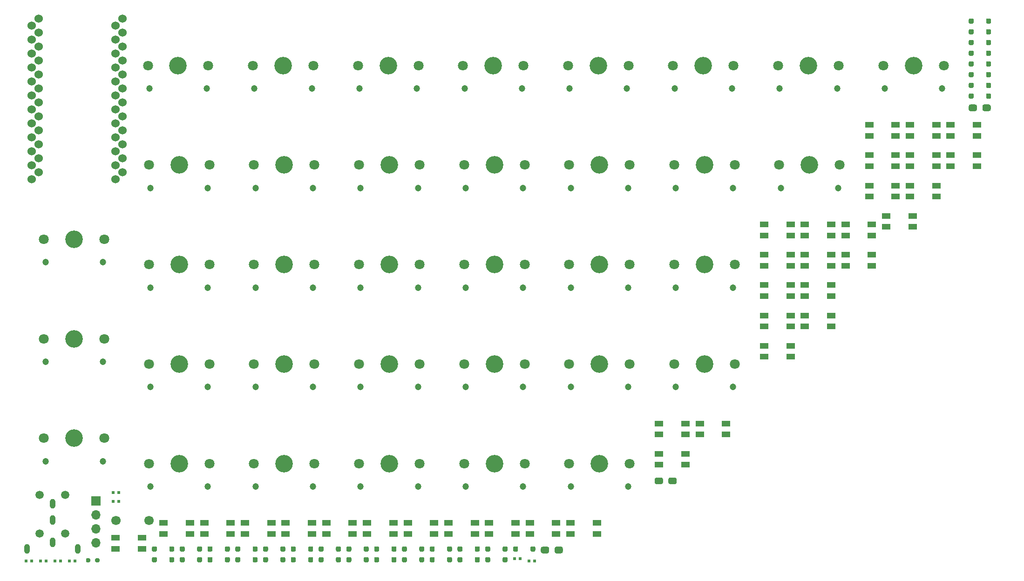
<source format=gbr>
%TF.GenerationSoftware,KiCad,Pcbnew,(5.1.10)-1*%
%TF.CreationDate,2021-08-10T22:37:01+09:00*%
%TF.ProjectId,Ultramarine_fuse,556c7472-616d-4617-9269-6e655f667573,rev?*%
%TF.SameCoordinates,Original*%
%TF.FileFunction,Soldermask,Top*%
%TF.FilePolarity,Negative*%
%FSLAX46Y46*%
G04 Gerber Fmt 4.6, Leading zero omitted, Abs format (unit mm)*
G04 Created by KiCad (PCBNEW (5.1.10)-1) date 2021-08-10 22:37:01*
%MOMM*%
%LPD*%
G01*
G04 APERTURE LIST*
%ADD10R,1.600000X1.000000*%
%ADD11C,1.524000*%
%ADD12C,1.700000*%
%ADD13C,1.200000*%
%ADD14C,1.800000*%
%ADD15C,3.200000*%
%ADD16R,0.609600X0.609600*%
%ADD17C,1.500000*%
%ADD18O,1.000000X1.800000*%
%ADD19O,1.700000X1.700000*%
%ADD20R,1.700000X1.700000*%
G04 APERTURE END LIST*
D10*
%TO.C,U36*%
X224515300Y-90326501D03*
X224515300Y-92326501D03*
X219715300Y-92326501D03*
X219715300Y-90326501D03*
X224515300Y-92326501D03*
X224515300Y-90326501D03*
X219715300Y-90326501D03*
X219715300Y-92326501D03*
%TD*%
%TO.C,U35*%
X231915300Y-84806501D03*
X231915300Y-86806501D03*
X227115300Y-86806501D03*
X227115300Y-84806501D03*
X231915300Y-86806501D03*
X231915300Y-84806501D03*
X227115300Y-84806501D03*
X227115300Y-86806501D03*
%TD*%
%TO.C,U34*%
X205415300Y-115486501D03*
X205415300Y-117486501D03*
X200615300Y-117486501D03*
X200615300Y-115486501D03*
X205415300Y-117486501D03*
X205415300Y-115486501D03*
X200615300Y-115486501D03*
X200615300Y-117486501D03*
%TD*%
%TO.C,U33*%
X224515300Y-84806501D03*
X224515300Y-86806501D03*
X219715300Y-86806501D03*
X219715300Y-84806501D03*
X224515300Y-86806501D03*
X224515300Y-84806501D03*
X219715300Y-84806501D03*
X219715300Y-86806501D03*
%TD*%
%TO.C,U32*%
X231915300Y-79286501D03*
X231915300Y-81286501D03*
X227115300Y-81286501D03*
X227115300Y-79286501D03*
X231915300Y-81286501D03*
X231915300Y-79286501D03*
X227115300Y-79286501D03*
X227115300Y-81286501D03*
%TD*%
%TO.C,U31*%
X243615300Y-66706501D03*
X243615300Y-68706501D03*
X238815300Y-68706501D03*
X238815300Y-66706501D03*
X243615300Y-68706501D03*
X243615300Y-66706501D03*
X238815300Y-66706501D03*
X238815300Y-68706501D03*
%TD*%
%TO.C,U30*%
X251015300Y-61186501D03*
X251015300Y-63186501D03*
X246215300Y-63186501D03*
X246215300Y-61186501D03*
X251015300Y-63186501D03*
X251015300Y-61186501D03*
X246215300Y-61186501D03*
X246215300Y-63186501D03*
%TD*%
%TO.C,U29*%
X224515300Y-101366501D03*
X224515300Y-103366501D03*
X219715300Y-103366501D03*
X219715300Y-101366501D03*
X224515300Y-103366501D03*
X224515300Y-101366501D03*
X219715300Y-101366501D03*
X219715300Y-103366501D03*
%TD*%
%TO.C,U28*%
X189315300Y-133586501D03*
X189315300Y-135586501D03*
X184515300Y-135586501D03*
X184515300Y-133586501D03*
X189315300Y-135586501D03*
X189315300Y-133586501D03*
X184515300Y-133586501D03*
X184515300Y-135586501D03*
%TD*%
%TO.C,U27*%
X258415300Y-66706501D03*
X258415300Y-68706501D03*
X253615300Y-68706501D03*
X253615300Y-66706501D03*
X258415300Y-68706501D03*
X258415300Y-66706501D03*
X253615300Y-66706501D03*
X253615300Y-68706501D03*
%TD*%
%TO.C,U26*%
X251015300Y-72226501D03*
X251015300Y-74226501D03*
X246215300Y-74226501D03*
X246215300Y-72226501D03*
X251015300Y-74226501D03*
X251015300Y-72226501D03*
X246215300Y-72226501D03*
X246215300Y-74226501D03*
%TD*%
%TO.C,U25*%
X246715300Y-77746501D03*
X246715300Y-79746501D03*
X241915300Y-79746501D03*
X241915300Y-77746501D03*
X246715300Y-79746501D03*
X246715300Y-77746501D03*
X241915300Y-77746501D03*
X241915300Y-79746501D03*
%TD*%
%TO.C,U24*%
X239315300Y-84806501D03*
X239315300Y-86806501D03*
X234515300Y-86806501D03*
X234515300Y-84806501D03*
X239315300Y-86806501D03*
X239315300Y-84806501D03*
X234515300Y-84806501D03*
X234515300Y-86806501D03*
%TD*%
%TO.C,U23*%
X231915300Y-90326501D03*
X231915300Y-92326501D03*
X227115300Y-92326501D03*
X227115300Y-90326501D03*
X231915300Y-92326501D03*
X231915300Y-90326501D03*
X227115300Y-90326501D03*
X227115300Y-92326501D03*
%TD*%
%TO.C,U22*%
X239315300Y-79286501D03*
X239315300Y-81286501D03*
X234515300Y-81286501D03*
X234515300Y-79286501D03*
X239315300Y-81286501D03*
X239315300Y-79286501D03*
X234515300Y-79286501D03*
X234515300Y-81286501D03*
%TD*%
%TO.C,U21*%
X212815300Y-115486501D03*
X212815300Y-117486501D03*
X208015300Y-117486501D03*
X208015300Y-115486501D03*
X212815300Y-117486501D03*
X212815300Y-115486501D03*
X208015300Y-115486501D03*
X208015300Y-117486501D03*
%TD*%
%TO.C,U20*%
X231915300Y-95846501D03*
X231915300Y-97846501D03*
X227115300Y-97846501D03*
X227115300Y-95846501D03*
X231915300Y-97846501D03*
X231915300Y-95846501D03*
X227115300Y-95846501D03*
X227115300Y-97846501D03*
%TD*%
%TO.C,U19*%
X174515300Y-133586501D03*
X174515300Y-135586501D03*
X169715300Y-135586501D03*
X169715300Y-133586501D03*
X174515300Y-135586501D03*
X174515300Y-133586501D03*
X169715300Y-133586501D03*
X169715300Y-135586501D03*
%TD*%
%TO.C,U18*%
X205415300Y-121006501D03*
X205415300Y-123006501D03*
X200615300Y-123006501D03*
X200615300Y-121006501D03*
X205415300Y-123006501D03*
X205415300Y-121006501D03*
X200615300Y-121006501D03*
X200615300Y-123006501D03*
%TD*%
%TO.C,U17*%
X106615300Y-136286501D03*
X106615300Y-138286501D03*
X101815300Y-138286501D03*
X101815300Y-136286501D03*
X106615300Y-138286501D03*
X106615300Y-136286501D03*
X101815300Y-136286501D03*
X101815300Y-138286501D03*
%TD*%
%TO.C,U16*%
X115315300Y-133586501D03*
X115315300Y-135586501D03*
X110515300Y-135586501D03*
X110515300Y-133586501D03*
X115315300Y-135586501D03*
X115315300Y-133586501D03*
X110515300Y-133586501D03*
X110515300Y-135586501D03*
%TD*%
%TO.C,U15*%
X122715300Y-133586501D03*
X122715300Y-135586501D03*
X117915300Y-135586501D03*
X117915300Y-133586501D03*
X122715300Y-135586501D03*
X122715300Y-133586501D03*
X117915300Y-133586501D03*
X117915300Y-135586501D03*
%TD*%
%TO.C,U14*%
X137515300Y-133586501D03*
X137515300Y-135586501D03*
X132715300Y-135586501D03*
X132715300Y-133586501D03*
X137515300Y-135586501D03*
X137515300Y-133586501D03*
X132715300Y-133586501D03*
X132715300Y-135586501D03*
%TD*%
%TO.C,U13*%
X144915300Y-133586501D03*
X144915300Y-135586501D03*
X140115300Y-135586501D03*
X140115300Y-133586501D03*
X144915300Y-135586501D03*
X144915300Y-133586501D03*
X140115300Y-133586501D03*
X140115300Y-135586501D03*
%TD*%
%TO.C,U12*%
X152315300Y-133586501D03*
X152315300Y-135586501D03*
X147515300Y-135586501D03*
X147515300Y-133586501D03*
X152315300Y-135586501D03*
X152315300Y-133586501D03*
X147515300Y-133586501D03*
X147515300Y-135586501D03*
%TD*%
%TO.C,U11*%
X159715300Y-133586501D03*
X159715300Y-135586501D03*
X154915300Y-135586501D03*
X154915300Y-133586501D03*
X159715300Y-135586501D03*
X159715300Y-133586501D03*
X154915300Y-133586501D03*
X154915300Y-135586501D03*
%TD*%
%TO.C,U10*%
X167115300Y-133586501D03*
X167115300Y-135586501D03*
X162315300Y-135586501D03*
X162315300Y-133586501D03*
X167115300Y-135586501D03*
X167115300Y-133586501D03*
X162315300Y-133586501D03*
X162315300Y-135586501D03*
%TD*%
%TO.C,U9*%
X224515300Y-79286501D03*
X224515300Y-81286501D03*
X219715300Y-81286501D03*
X219715300Y-79286501D03*
X224515300Y-81286501D03*
X224515300Y-79286501D03*
X219715300Y-79286501D03*
X219715300Y-81286501D03*
%TD*%
%TO.C,U8*%
X243615300Y-61186501D03*
X243615300Y-63186501D03*
X238815300Y-63186501D03*
X238815300Y-61186501D03*
X243615300Y-63186501D03*
X243615300Y-61186501D03*
X238815300Y-61186501D03*
X238815300Y-63186501D03*
%TD*%
%TO.C,U7*%
X251015300Y-66706501D03*
X251015300Y-68706501D03*
X246215300Y-68706501D03*
X246215300Y-66706501D03*
X251015300Y-68706501D03*
X251015300Y-66706501D03*
X246215300Y-66706501D03*
X246215300Y-68706501D03*
%TD*%
%TO.C,U6*%
X130115300Y-133586501D03*
X130115300Y-135586501D03*
X125315300Y-135586501D03*
X125315300Y-133586501D03*
X130115300Y-135586501D03*
X130115300Y-133586501D03*
X125315300Y-133586501D03*
X125315300Y-135586501D03*
%TD*%
%TO.C,U5*%
X224515300Y-95846501D03*
X224515300Y-97846501D03*
X219715300Y-97846501D03*
X219715300Y-95846501D03*
X224515300Y-97846501D03*
X224515300Y-95846501D03*
X219715300Y-95846501D03*
X219715300Y-97846501D03*
%TD*%
%TO.C,U4*%
X181915300Y-133586501D03*
X181915300Y-135586501D03*
X177115300Y-135586501D03*
X177115300Y-133586501D03*
X181915300Y-135586501D03*
X181915300Y-133586501D03*
X177115300Y-133586501D03*
X177115300Y-135586501D03*
%TD*%
%TO.C,U3*%
X258415300Y-61186501D03*
X258415300Y-63186501D03*
X253615300Y-63186501D03*
X253615300Y-61186501D03*
X258415300Y-63186501D03*
X258415300Y-61186501D03*
X253615300Y-61186501D03*
X253615300Y-63186501D03*
%TD*%
%TO.C,U2*%
X243615300Y-72226501D03*
X243615300Y-74226501D03*
X238815300Y-74226501D03*
X238815300Y-72226501D03*
X243615300Y-74226501D03*
X243615300Y-72226501D03*
X238815300Y-72226501D03*
X238815300Y-74226501D03*
%TD*%
D11*
%TO.C,U1*%
X87815301Y-69826501D03*
X87815301Y-59666501D03*
X87815301Y-46966501D03*
X87815301Y-49506501D03*
X87815301Y-54586501D03*
X87815301Y-41886501D03*
X87815301Y-62206501D03*
X87815301Y-64746501D03*
X87815301Y-57126501D03*
X87815301Y-67286501D03*
X87815301Y-52046501D03*
X87815301Y-44426501D03*
X103055301Y-54586501D03*
X103055301Y-69826501D03*
X103055301Y-62206501D03*
X103055301Y-59666501D03*
X103055301Y-49506501D03*
X103055301Y-52046501D03*
X103055301Y-57126501D03*
X103055301Y-44426501D03*
X103055301Y-67286501D03*
X103055301Y-46966501D03*
X103055301Y-64746501D03*
X103055301Y-41886501D03*
X101785301Y-43156501D03*
X101785301Y-45696501D03*
X101785301Y-48236501D03*
X101785301Y-50776501D03*
X101785301Y-53316501D03*
X101785301Y-55856501D03*
X101785301Y-58396501D03*
X101785301Y-60936501D03*
X101785301Y-63476501D03*
X101785301Y-66016501D03*
X101785301Y-68556501D03*
X101785301Y-71096501D03*
X86545301Y-71096501D03*
X86545301Y-68556501D03*
X86545301Y-66016501D03*
X86545301Y-63476501D03*
X86545301Y-60936501D03*
X86545301Y-58396501D03*
X86545301Y-55856501D03*
X86545301Y-53316501D03*
X86545301Y-50776501D03*
X86545301Y-48236501D03*
X86545301Y-45696501D03*
X86545301Y-43156501D03*
%TD*%
D12*
%TO.C,SW36*%
X107865300Y-133176500D03*
X101865300Y-133176500D03*
%TD*%
D13*
%TO.C,SW35*%
X156785301Y-126976501D03*
X146345301Y-126976501D03*
D14*
X157065301Y-122776501D03*
X146065301Y-122776501D03*
D15*
X151565301Y-122776501D03*
%TD*%
D13*
%TO.C,SW34*%
X175885301Y-108876501D03*
X165445301Y-108876501D03*
D14*
X176165301Y-104676501D03*
X165165301Y-104676501D03*
D15*
X170665301Y-104676501D03*
%TD*%
D13*
%TO.C,SW33*%
X194985301Y-90776501D03*
X184545301Y-90776501D03*
D14*
X195265301Y-86576501D03*
X184265301Y-86576501D03*
D15*
X189765301Y-86576501D03*
%TD*%
D13*
%TO.C,SW32*%
X232985301Y-54576501D03*
X222545301Y-54576501D03*
D14*
X233265301Y-50376501D03*
X222265301Y-50376501D03*
D15*
X227765301Y-50376501D03*
%TD*%
D13*
%TO.C,SW31*%
X214085301Y-72676501D03*
X203645301Y-72676501D03*
D14*
X214365301Y-68476501D03*
X203365301Y-68476501D03*
D15*
X208865301Y-68476501D03*
%TD*%
D13*
%TO.C,SW30*%
X214085301Y-108876501D03*
X203645301Y-108876501D03*
D14*
X214365301Y-104676501D03*
X203365301Y-104676501D03*
D15*
X208865301Y-104676501D03*
%TD*%
D13*
%TO.C,SW29*%
X175885301Y-126976501D03*
X165445301Y-126976501D03*
D14*
X176165301Y-122776501D03*
X165165301Y-122776501D03*
D15*
X170665301Y-122776501D03*
%TD*%
D13*
%TO.C,SW28*%
X194985301Y-108876501D03*
X184545301Y-108876501D03*
D14*
X195265301Y-104676501D03*
X184265301Y-104676501D03*
D15*
X189765301Y-104676501D03*
%TD*%
D13*
%TO.C,SW27*%
X118585301Y-108876501D03*
X108145301Y-108876501D03*
D14*
X118865301Y-104676501D03*
X107865301Y-104676501D03*
D15*
X113365301Y-104676501D03*
%TD*%
D13*
%TO.C,SW26*%
X252085301Y-54576501D03*
X241645301Y-54576501D03*
D14*
X252365301Y-50376501D03*
X241365301Y-50376501D03*
D15*
X246865301Y-50376501D03*
%TD*%
D13*
%TO.C,SW25*%
X233185301Y-72676501D03*
X222745301Y-72676501D03*
D14*
X233465301Y-68476501D03*
X222465301Y-68476501D03*
D15*
X227965301Y-68476501D03*
%TD*%
D13*
%TO.C,SW24*%
X175885301Y-90776501D03*
X165445301Y-90776501D03*
D14*
X176165301Y-86576501D03*
X165165301Y-86576501D03*
D15*
X170665301Y-86576501D03*
%TD*%
D13*
%TO.C,SW23*%
X194985301Y-126976501D03*
X184545301Y-126976501D03*
D14*
X195265301Y-122776501D03*
X184265301Y-122776501D03*
D15*
X189765301Y-122776501D03*
%TD*%
D13*
%TO.C,SW22*%
X118385301Y-54576501D03*
X107945301Y-54576501D03*
D14*
X118665301Y-50376501D03*
X107665301Y-50376501D03*
D15*
X113165301Y-50376501D03*
%TD*%
D13*
%TO.C,SW21*%
X99485301Y-104276501D03*
X89045301Y-104276501D03*
D14*
X99765301Y-100076501D03*
X88765301Y-100076501D03*
D15*
X94265301Y-100076501D03*
%TD*%
D13*
%TO.C,SW20*%
X137485301Y-54576501D03*
X127045301Y-54576501D03*
D14*
X137765301Y-50376501D03*
X126765301Y-50376501D03*
D15*
X132265301Y-50376501D03*
%TD*%
D13*
%TO.C,SW19*%
X118585301Y-72676501D03*
X108145301Y-72676501D03*
D14*
X118865301Y-68476501D03*
X107865301Y-68476501D03*
D15*
X113365301Y-68476501D03*
%TD*%
D13*
%TO.C,SW18*%
X99485301Y-122376501D03*
X89045301Y-122376501D03*
D14*
X99765301Y-118176501D03*
X88765301Y-118176501D03*
D15*
X94265301Y-118176501D03*
%TD*%
D13*
%TO.C,SW17*%
X137685301Y-72676501D03*
X127245301Y-72676501D03*
D14*
X137965301Y-68476501D03*
X126965301Y-68476501D03*
D15*
X132465301Y-68476501D03*
%TD*%
D13*
%TO.C,SW16*%
X118585301Y-90776501D03*
X108145301Y-90776501D03*
D14*
X118865301Y-86576501D03*
X107865301Y-86576501D03*
D15*
X113365301Y-86576501D03*
%TD*%
D13*
%TO.C,SW15*%
X156585301Y-54576501D03*
X146145301Y-54576501D03*
D14*
X156865301Y-50376501D03*
X145865301Y-50376501D03*
D15*
X151365301Y-50376501D03*
%TD*%
D13*
%TO.C,SW14*%
X175685301Y-54576501D03*
X165245301Y-54576501D03*
D14*
X175965301Y-50376501D03*
X164965301Y-50376501D03*
D15*
X170465301Y-50376501D03*
%TD*%
D13*
%TO.C,SW13*%
X137685301Y-90776501D03*
X127245301Y-90776501D03*
D14*
X137965301Y-86576501D03*
X126965301Y-86576501D03*
D15*
X132465301Y-86576501D03*
%TD*%
D13*
%TO.C,SW12*%
X137685301Y-126976501D03*
X127245301Y-126976501D03*
D14*
X137965301Y-122776501D03*
X126965301Y-122776501D03*
D15*
X132465301Y-122776501D03*
%TD*%
D13*
%TO.C,SW11*%
X156785301Y-108876501D03*
X146345301Y-108876501D03*
D14*
X157065301Y-104676501D03*
X146065301Y-104676501D03*
D15*
X151565301Y-104676501D03*
%TD*%
D13*
%TO.C,SW10*%
X175885301Y-72676501D03*
X165445301Y-72676501D03*
D14*
X176165301Y-68476501D03*
X165165301Y-68476501D03*
D15*
X170665301Y-68476501D03*
%TD*%
D13*
%TO.C,SW9*%
X194785301Y-54576501D03*
X184345301Y-54576501D03*
D14*
X195065301Y-50376501D03*
X184065301Y-50376501D03*
D15*
X189565301Y-50376501D03*
%TD*%
D13*
%TO.C,SW8*%
X118585301Y-126976501D03*
X108145301Y-126976501D03*
D14*
X118865301Y-122776501D03*
X107865301Y-122776501D03*
D15*
X113365301Y-122776501D03*
%TD*%
D13*
%TO.C,SW7*%
X137685301Y-108876501D03*
X127245301Y-108876501D03*
D14*
X137965301Y-104676501D03*
X126965301Y-104676501D03*
D15*
X132465301Y-104676501D03*
%TD*%
D13*
%TO.C,SW6*%
X156785301Y-90776501D03*
X146345301Y-90776501D03*
D14*
X157065301Y-86576501D03*
X146065301Y-86576501D03*
D15*
X151565301Y-86576501D03*
%TD*%
D13*
%TO.C,SW5*%
X156785301Y-72676501D03*
X146345301Y-72676501D03*
D14*
X157065301Y-68476501D03*
X146065301Y-68476501D03*
D15*
X151565301Y-68476501D03*
%TD*%
D13*
%TO.C,SW4*%
X99485301Y-86176501D03*
X89045301Y-86176501D03*
D14*
X99765301Y-81976501D03*
X88765301Y-81976501D03*
D15*
X94265301Y-81976501D03*
%TD*%
D13*
%TO.C,SW3*%
X214085301Y-90776501D03*
X203645301Y-90776501D03*
D14*
X214365301Y-86576501D03*
X203365301Y-86576501D03*
D15*
X208865301Y-86576501D03*
%TD*%
D13*
%TO.C,SW2*%
X194985301Y-72676501D03*
X184545301Y-72676501D03*
D14*
X195265301Y-68476501D03*
X184265301Y-68476501D03*
D15*
X189765301Y-68476501D03*
%TD*%
D13*
%TO.C,SW1*%
X213885301Y-54576501D03*
X203445301Y-54576501D03*
D14*
X214165301Y-50376501D03*
X203165301Y-50376501D03*
D15*
X208665301Y-50376501D03*
%TD*%
%TO.C,R3*%
G36*
G01*
X202315300Y-126226501D02*
X202315300Y-125626501D01*
G75*
G02*
X202615300Y-125326501I300000J0D01*
G01*
X203515300Y-125326501D01*
G75*
G02*
X203815300Y-125626501I0J-300000D01*
G01*
X203815300Y-126226501D01*
G75*
G02*
X203515300Y-126526501I-300000J0D01*
G01*
X202615300Y-126526501D01*
G75*
G02*
X202315300Y-126226501I0J300000D01*
G01*
G37*
G36*
G01*
X199815300Y-126226501D02*
X199815300Y-125626501D01*
G75*
G02*
X200115300Y-125326501I300000J0D01*
G01*
X201015300Y-125326501D01*
G75*
G02*
X201315300Y-125626501I0J-300000D01*
G01*
X201315300Y-126226501D01*
G75*
G02*
X201015300Y-126526501I-300000J0D01*
G01*
X200115300Y-126526501D01*
G75*
G02*
X199815300Y-126226501I0J300000D01*
G01*
G37*
%TD*%
%TO.C,R2*%
G36*
G01*
X181615300Y-138806501D02*
X181615300Y-138206501D01*
G75*
G02*
X181915300Y-137906501I300000J0D01*
G01*
X182815300Y-137906501D01*
G75*
G02*
X183115300Y-138206501I0J-300000D01*
G01*
X183115300Y-138806501D01*
G75*
G02*
X182815300Y-139106501I-300000J0D01*
G01*
X181915300Y-139106501D01*
G75*
G02*
X181615300Y-138806501I0J300000D01*
G01*
G37*
G36*
G01*
X179115300Y-138806501D02*
X179115300Y-138206501D01*
G75*
G02*
X179415300Y-137906501I300000J0D01*
G01*
X180315300Y-137906501D01*
G75*
G02*
X180615300Y-138206501I0J-300000D01*
G01*
X180615300Y-138806501D01*
G75*
G02*
X180315300Y-139106501I-300000J0D01*
G01*
X179415300Y-139106501D01*
G75*
G02*
X179115300Y-138806501I0J300000D01*
G01*
G37*
%TD*%
%TO.C,R1*%
G36*
G01*
X259415300Y-58386501D02*
X259415300Y-57786501D01*
G75*
G02*
X259715300Y-57486501I300000J0D01*
G01*
X260615300Y-57486501D01*
G75*
G02*
X260915300Y-57786501I0J-300000D01*
G01*
X260915300Y-58386501D01*
G75*
G02*
X260615300Y-58686501I-300000J0D01*
G01*
X259715300Y-58686501D01*
G75*
G02*
X259415300Y-58386501I0J300000D01*
G01*
G37*
G36*
G01*
X256915300Y-58386501D02*
X256915300Y-57786501D01*
G75*
G02*
X257215300Y-57486501I300000J0D01*
G01*
X258115300Y-57486501D01*
G75*
G02*
X258415300Y-57786501I0J-300000D01*
G01*
X258415300Y-58386501D01*
G75*
G02*
X258115300Y-58686501I-300000J0D01*
G01*
X257215300Y-58686501D01*
G75*
G02*
X256915300Y-58386501I0J300000D01*
G01*
G37*
%TD*%
D16*
%TO.C,JP8*%
X178006100Y-140480501D03*
X176990100Y-140480501D03*
%TD*%
%TO.C,JP7*%
X102336100Y-128040501D03*
X101320100Y-128040501D03*
%TD*%
%TO.C,JP6*%
X86536100Y-140490501D03*
X85520100Y-140490501D03*
%TD*%
%TO.C,JP5*%
X89156100Y-140490501D03*
X88140100Y-140490501D03*
%TD*%
%TO.C,JP4*%
X91776100Y-140490501D03*
X90760100Y-140490501D03*
%TD*%
%TO.C,JP3*%
X94396100Y-140490501D03*
X93380100Y-140490501D03*
%TD*%
%TO.C,JP2*%
X102336100Y-129660501D03*
X101320100Y-129660501D03*
%TD*%
%TO.C,JP1*%
X175386100Y-140110501D03*
X174370100Y-140110501D03*
%TD*%
D17*
%TO.C,J2*%
X92615300Y-135476500D03*
X92615300Y-128476500D03*
D18*
X94915300Y-138276500D03*
D17*
X88015300Y-128476500D03*
X88015300Y-135476500D03*
D18*
X90315300Y-130076500D03*
X90315300Y-133076500D03*
X90315300Y-137076500D03*
X85715300Y-138276500D03*
%TD*%
D19*
%TO.C,J1*%
X98240301Y-137171501D03*
X98240301Y-134631501D03*
X98240301Y-132091501D03*
D20*
X98240301Y-129551501D03*
%TD*%
%TO.C,D36*%
G36*
G01*
X98065300Y-140576500D02*
X98065300Y-140176500D01*
G75*
G02*
X98265300Y-139976500I200000J0D01*
G01*
X98665300Y-139976500D01*
G75*
G02*
X98865300Y-140176500I0J-200000D01*
G01*
X98865300Y-140576500D01*
G75*
G02*
X98665300Y-140776500I-200000J0D01*
G01*
X98265300Y-140776500D01*
G75*
G02*
X98065300Y-140576500I0J200000D01*
G01*
G37*
G36*
G01*
X96415300Y-140576500D02*
X96415300Y-140176500D01*
G75*
G02*
X96615300Y-139976500I200000J0D01*
G01*
X97015300Y-139976500D01*
G75*
G02*
X97215300Y-140176500I0J-200000D01*
G01*
X97215300Y-140576500D01*
G75*
G02*
X97015300Y-140776500I-200000J0D01*
G01*
X96615300Y-140776500D01*
G75*
G02*
X96415300Y-140576500I0J200000D01*
G01*
G37*
%TD*%
%TO.C,D35*%
G36*
G01*
X128615300Y-138571500D02*
X128615300Y-138071500D01*
G75*
G02*
X128840300Y-137846500I225000J0D01*
G01*
X129290300Y-137846500D01*
G75*
G02*
X129515300Y-138071500I0J-225000D01*
G01*
X129515300Y-138571500D01*
G75*
G02*
X129290300Y-138796500I-225000J0D01*
G01*
X128840300Y-138796500D01*
G75*
G02*
X128615300Y-138571500I0J225000D01*
G01*
G37*
G36*
G01*
X131765300Y-138571500D02*
X131765300Y-138071500D01*
G75*
G02*
X131990300Y-137846500I225000J0D01*
G01*
X132440300Y-137846500D01*
G75*
G02*
X132665300Y-138071500I0J-225000D01*
G01*
X132665300Y-138571500D01*
G75*
G02*
X132440300Y-138796500I-225000J0D01*
G01*
X131990300Y-138796500D01*
G75*
G02*
X131765300Y-138571500I0J225000D01*
G01*
G37*
%TD*%
%TO.C,D34*%
G36*
G01*
X133665300Y-138571500D02*
X133665300Y-138071500D01*
G75*
G02*
X133890300Y-137846500I225000J0D01*
G01*
X134340300Y-137846500D01*
G75*
G02*
X134565300Y-138071500I0J-225000D01*
G01*
X134565300Y-138571500D01*
G75*
G02*
X134340300Y-138796500I-225000J0D01*
G01*
X133890300Y-138796500D01*
G75*
G02*
X133665300Y-138571500I0J225000D01*
G01*
G37*
G36*
G01*
X136815300Y-138571500D02*
X136815300Y-138071500D01*
G75*
G02*
X137040300Y-137846500I225000J0D01*
G01*
X137490300Y-137846500D01*
G75*
G02*
X137715300Y-138071500I0J-225000D01*
G01*
X137715300Y-138571500D01*
G75*
G02*
X137490300Y-138796500I-225000J0D01*
G01*
X137040300Y-138796500D01*
G75*
G02*
X136815300Y-138571500I0J225000D01*
G01*
G37*
%TD*%
%TO.C,D33*%
G36*
G01*
X128615300Y-140521500D02*
X128615300Y-140021500D01*
G75*
G02*
X128840300Y-139796500I225000J0D01*
G01*
X129290300Y-139796500D01*
G75*
G02*
X129515300Y-140021500I0J-225000D01*
G01*
X129515300Y-140521500D01*
G75*
G02*
X129290300Y-140746500I-225000J0D01*
G01*
X128840300Y-140746500D01*
G75*
G02*
X128615300Y-140521500I0J225000D01*
G01*
G37*
G36*
G01*
X131765300Y-140521500D02*
X131765300Y-140021500D01*
G75*
G02*
X131990300Y-139796500I225000J0D01*
G01*
X132440300Y-139796500D01*
G75*
G02*
X132665300Y-140021500I0J-225000D01*
G01*
X132665300Y-140521500D01*
G75*
G02*
X132440300Y-140746500I-225000J0D01*
G01*
X131990300Y-140746500D01*
G75*
G02*
X131765300Y-140521500I0J225000D01*
G01*
G37*
%TD*%
%TO.C,D32*%
G36*
G01*
X118515300Y-138571500D02*
X118515300Y-138071500D01*
G75*
G02*
X118740300Y-137846500I225000J0D01*
G01*
X119190300Y-137846500D01*
G75*
G02*
X119415300Y-138071500I0J-225000D01*
G01*
X119415300Y-138571500D01*
G75*
G02*
X119190300Y-138796500I-225000J0D01*
G01*
X118740300Y-138796500D01*
G75*
G02*
X118515300Y-138571500I0J225000D01*
G01*
G37*
G36*
G01*
X121665300Y-138571500D02*
X121665300Y-138071500D01*
G75*
G02*
X121890300Y-137846500I225000J0D01*
G01*
X122340300Y-137846500D01*
G75*
G02*
X122565300Y-138071500I0J-225000D01*
G01*
X122565300Y-138571500D01*
G75*
G02*
X122340300Y-138796500I-225000J0D01*
G01*
X121890300Y-138796500D01*
G75*
G02*
X121665300Y-138571500I0J225000D01*
G01*
G37*
%TD*%
%TO.C,D31*%
G36*
G01*
X256915300Y-54251500D02*
X256915300Y-53751500D01*
G75*
G02*
X257140300Y-53526500I225000J0D01*
G01*
X257590300Y-53526500D01*
G75*
G02*
X257815300Y-53751500I0J-225000D01*
G01*
X257815300Y-54251500D01*
G75*
G02*
X257590300Y-54476500I-225000J0D01*
G01*
X257140300Y-54476500D01*
G75*
G02*
X256915300Y-54251500I0J225000D01*
G01*
G37*
G36*
G01*
X260065300Y-54251500D02*
X260065300Y-53751500D01*
G75*
G02*
X260290300Y-53526500I225000J0D01*
G01*
X260740300Y-53526500D01*
G75*
G02*
X260965300Y-53751500I0J-225000D01*
G01*
X260965300Y-54251500D01*
G75*
G02*
X260740300Y-54476500I-225000J0D01*
G01*
X260290300Y-54476500D01*
G75*
G02*
X260065300Y-54251500I0J225000D01*
G01*
G37*
%TD*%
%TO.C,D30*%
G36*
G01*
X138715300Y-140521500D02*
X138715300Y-140021500D01*
G75*
G02*
X138940300Y-139796500I225000J0D01*
G01*
X139390300Y-139796500D01*
G75*
G02*
X139615300Y-140021500I0J-225000D01*
G01*
X139615300Y-140521500D01*
G75*
G02*
X139390300Y-140746500I-225000J0D01*
G01*
X138940300Y-140746500D01*
G75*
G02*
X138715300Y-140521500I0J225000D01*
G01*
G37*
G36*
G01*
X141865300Y-140521500D02*
X141865300Y-140021500D01*
G75*
G02*
X142090300Y-139796500I225000J0D01*
G01*
X142540300Y-139796500D01*
G75*
G02*
X142765300Y-140021500I0J-225000D01*
G01*
X142765300Y-140521500D01*
G75*
G02*
X142540300Y-140746500I-225000J0D01*
G01*
X142090300Y-140746500D01*
G75*
G02*
X141865300Y-140521500I0J225000D01*
G01*
G37*
%TD*%
%TO.C,D29*%
G36*
G01*
X143765300Y-138571500D02*
X143765300Y-138071500D01*
G75*
G02*
X143990300Y-137846500I225000J0D01*
G01*
X144440300Y-137846500D01*
G75*
G02*
X144665300Y-138071500I0J-225000D01*
G01*
X144665300Y-138571500D01*
G75*
G02*
X144440300Y-138796500I-225000J0D01*
G01*
X143990300Y-138796500D01*
G75*
G02*
X143765300Y-138571500I0J225000D01*
G01*
G37*
G36*
G01*
X146915300Y-138571500D02*
X146915300Y-138071500D01*
G75*
G02*
X147140300Y-137846500I225000J0D01*
G01*
X147590300Y-137846500D01*
G75*
G02*
X147815300Y-138071500I0J-225000D01*
G01*
X147815300Y-138571500D01*
G75*
G02*
X147590300Y-138796500I-225000J0D01*
G01*
X147140300Y-138796500D01*
G75*
G02*
X146915300Y-138571500I0J225000D01*
G01*
G37*
%TD*%
%TO.C,D28*%
G36*
G01*
X148815300Y-138571500D02*
X148815300Y-138071500D01*
G75*
G02*
X149040300Y-137846500I225000J0D01*
G01*
X149490300Y-137846500D01*
G75*
G02*
X149715300Y-138071500I0J-225000D01*
G01*
X149715300Y-138571500D01*
G75*
G02*
X149490300Y-138796500I-225000J0D01*
G01*
X149040300Y-138796500D01*
G75*
G02*
X148815300Y-138571500I0J225000D01*
G01*
G37*
G36*
G01*
X151965300Y-138571500D02*
X151965300Y-138071500D01*
G75*
G02*
X152190300Y-137846500I225000J0D01*
G01*
X152640300Y-137846500D01*
G75*
G02*
X152865300Y-138071500I0J-225000D01*
G01*
X152865300Y-138571500D01*
G75*
G02*
X152640300Y-138796500I-225000J0D01*
G01*
X152190300Y-138796500D01*
G75*
G02*
X151965300Y-138571500I0J225000D01*
G01*
G37*
%TD*%
%TO.C,D27*%
G36*
G01*
X153865300Y-138571500D02*
X153865300Y-138071500D01*
G75*
G02*
X154090300Y-137846500I225000J0D01*
G01*
X154540300Y-137846500D01*
G75*
G02*
X154765300Y-138071500I0J-225000D01*
G01*
X154765300Y-138571500D01*
G75*
G02*
X154540300Y-138796500I-225000J0D01*
G01*
X154090300Y-138796500D01*
G75*
G02*
X153865300Y-138571500I0J225000D01*
G01*
G37*
G36*
G01*
X157015300Y-138571500D02*
X157015300Y-138071500D01*
G75*
G02*
X157240300Y-137846500I225000J0D01*
G01*
X157690300Y-137846500D01*
G75*
G02*
X157915300Y-138071500I0J-225000D01*
G01*
X157915300Y-138571500D01*
G75*
G02*
X157690300Y-138796500I-225000J0D01*
G01*
X157240300Y-138796500D01*
G75*
G02*
X157015300Y-138571500I0J225000D01*
G01*
G37*
%TD*%
%TO.C,D26*%
G36*
G01*
X143765300Y-140521500D02*
X143765300Y-140021500D01*
G75*
G02*
X143990300Y-139796500I225000J0D01*
G01*
X144440300Y-139796500D01*
G75*
G02*
X144665300Y-140021500I0J-225000D01*
G01*
X144665300Y-140521500D01*
G75*
G02*
X144440300Y-140746500I-225000J0D01*
G01*
X143990300Y-140746500D01*
G75*
G02*
X143765300Y-140521500I0J225000D01*
G01*
G37*
G36*
G01*
X146915300Y-140521500D02*
X146915300Y-140021500D01*
G75*
G02*
X147140300Y-139796500I225000J0D01*
G01*
X147590300Y-139796500D01*
G75*
G02*
X147815300Y-140021500I0J-225000D01*
G01*
X147815300Y-140521500D01*
G75*
G02*
X147590300Y-140746500I-225000J0D01*
G01*
X147140300Y-140746500D01*
G75*
G02*
X146915300Y-140521500I0J225000D01*
G01*
G37*
%TD*%
%TO.C,D25*%
G36*
G01*
X148815300Y-140521500D02*
X148815300Y-140021500D01*
G75*
G02*
X149040300Y-139796500I225000J0D01*
G01*
X149490300Y-139796500D01*
G75*
G02*
X149715300Y-140021500I0J-225000D01*
G01*
X149715300Y-140521500D01*
G75*
G02*
X149490300Y-140746500I-225000J0D01*
G01*
X149040300Y-140746500D01*
G75*
G02*
X148815300Y-140521500I0J225000D01*
G01*
G37*
G36*
G01*
X151965300Y-140521500D02*
X151965300Y-140021500D01*
G75*
G02*
X152190300Y-139796500I225000J0D01*
G01*
X152640300Y-139796500D01*
G75*
G02*
X152865300Y-140021500I0J-225000D01*
G01*
X152865300Y-140521500D01*
G75*
G02*
X152640300Y-140746500I-225000J0D01*
G01*
X152190300Y-140746500D01*
G75*
G02*
X151965300Y-140521500I0J225000D01*
G01*
G37*
%TD*%
%TO.C,D24*%
G36*
G01*
X153865300Y-140521500D02*
X153865300Y-140021500D01*
G75*
G02*
X154090300Y-139796500I225000J0D01*
G01*
X154540300Y-139796500D01*
G75*
G02*
X154765300Y-140021500I0J-225000D01*
G01*
X154765300Y-140521500D01*
G75*
G02*
X154540300Y-140746500I-225000J0D01*
G01*
X154090300Y-140746500D01*
G75*
G02*
X153865300Y-140521500I0J225000D01*
G01*
G37*
G36*
G01*
X157015300Y-140521500D02*
X157015300Y-140021500D01*
G75*
G02*
X157240300Y-139796500I225000J0D01*
G01*
X157690300Y-139796500D01*
G75*
G02*
X157915300Y-140021500I0J-225000D01*
G01*
X157915300Y-140521500D01*
G75*
G02*
X157690300Y-140746500I-225000J0D01*
G01*
X157240300Y-140746500D01*
G75*
G02*
X157015300Y-140521500I0J225000D01*
G01*
G37*
%TD*%
%TO.C,D23*%
G36*
G01*
X158915300Y-138571500D02*
X158915300Y-138071500D01*
G75*
G02*
X159140300Y-137846500I225000J0D01*
G01*
X159590300Y-137846500D01*
G75*
G02*
X159815300Y-138071500I0J-225000D01*
G01*
X159815300Y-138571500D01*
G75*
G02*
X159590300Y-138796500I-225000J0D01*
G01*
X159140300Y-138796500D01*
G75*
G02*
X158915300Y-138571500I0J225000D01*
G01*
G37*
G36*
G01*
X162065300Y-138571500D02*
X162065300Y-138071500D01*
G75*
G02*
X162290300Y-137846500I225000J0D01*
G01*
X162740300Y-137846500D01*
G75*
G02*
X162965300Y-138071500I0J-225000D01*
G01*
X162965300Y-138571500D01*
G75*
G02*
X162740300Y-138796500I-225000J0D01*
G01*
X162290300Y-138796500D01*
G75*
G02*
X162065300Y-138571500I0J225000D01*
G01*
G37*
%TD*%
%TO.C,D22*%
G36*
G01*
X256915300Y-42551500D02*
X256915300Y-42051500D01*
G75*
G02*
X257140300Y-41826500I225000J0D01*
G01*
X257590300Y-41826500D01*
G75*
G02*
X257815300Y-42051500I0J-225000D01*
G01*
X257815300Y-42551500D01*
G75*
G02*
X257590300Y-42776500I-225000J0D01*
G01*
X257140300Y-42776500D01*
G75*
G02*
X256915300Y-42551500I0J225000D01*
G01*
G37*
G36*
G01*
X260065300Y-42551500D02*
X260065300Y-42051500D01*
G75*
G02*
X260290300Y-41826500I225000J0D01*
G01*
X260740300Y-41826500D01*
G75*
G02*
X260965300Y-42051500I0J-225000D01*
G01*
X260965300Y-42551500D01*
G75*
G02*
X260740300Y-42776500I-225000J0D01*
G01*
X260290300Y-42776500D01*
G75*
G02*
X260065300Y-42551500I0J225000D01*
G01*
G37*
%TD*%
%TO.C,D21*%
G36*
G01*
X158915300Y-140521500D02*
X158915300Y-140021500D01*
G75*
G02*
X159140300Y-139796500I225000J0D01*
G01*
X159590300Y-139796500D01*
G75*
G02*
X159815300Y-140021500I0J-225000D01*
G01*
X159815300Y-140521500D01*
G75*
G02*
X159590300Y-140746500I-225000J0D01*
G01*
X159140300Y-140746500D01*
G75*
G02*
X158915300Y-140521500I0J225000D01*
G01*
G37*
G36*
G01*
X162065300Y-140521500D02*
X162065300Y-140021500D01*
G75*
G02*
X162290300Y-139796500I225000J0D01*
G01*
X162740300Y-139796500D01*
G75*
G02*
X162965300Y-140021500I0J-225000D01*
G01*
X162965300Y-140521500D01*
G75*
G02*
X162740300Y-140746500I-225000J0D01*
G01*
X162290300Y-140746500D01*
G75*
G02*
X162065300Y-140521500I0J225000D01*
G01*
G37*
%TD*%
%TO.C,D20*%
G36*
G01*
X256915300Y-44501500D02*
X256915300Y-44001500D01*
G75*
G02*
X257140300Y-43776500I225000J0D01*
G01*
X257590300Y-43776500D01*
G75*
G02*
X257815300Y-44001500I0J-225000D01*
G01*
X257815300Y-44501500D01*
G75*
G02*
X257590300Y-44726500I-225000J0D01*
G01*
X257140300Y-44726500D01*
G75*
G02*
X256915300Y-44501500I0J225000D01*
G01*
G37*
G36*
G01*
X260065300Y-44501500D02*
X260065300Y-44001500D01*
G75*
G02*
X260290300Y-43776500I225000J0D01*
G01*
X260740300Y-43776500D01*
G75*
G02*
X260965300Y-44001500I0J-225000D01*
G01*
X260965300Y-44501500D01*
G75*
G02*
X260740300Y-44726500I-225000J0D01*
G01*
X260290300Y-44726500D01*
G75*
G02*
X260065300Y-44501500I0J225000D01*
G01*
G37*
%TD*%
%TO.C,D19*%
G36*
G01*
X174065300Y-138571500D02*
X174065300Y-138071500D01*
G75*
G02*
X174290300Y-137846500I225000J0D01*
G01*
X174740300Y-137846500D01*
G75*
G02*
X174965300Y-138071500I0J-225000D01*
G01*
X174965300Y-138571500D01*
G75*
G02*
X174740300Y-138796500I-225000J0D01*
G01*
X174290300Y-138796500D01*
G75*
G02*
X174065300Y-138571500I0J225000D01*
G01*
G37*
G36*
G01*
X177215300Y-138571500D02*
X177215300Y-138071500D01*
G75*
G02*
X177440300Y-137846500I225000J0D01*
G01*
X177890300Y-137846500D01*
G75*
G02*
X178115300Y-138071500I0J-225000D01*
G01*
X178115300Y-138571500D01*
G75*
G02*
X177890300Y-138796500I-225000J0D01*
G01*
X177440300Y-138796500D01*
G75*
G02*
X177215300Y-138571500I0J225000D01*
G01*
G37*
%TD*%
%TO.C,D18*%
G36*
G01*
X256915300Y-46451500D02*
X256915300Y-45951500D01*
G75*
G02*
X257140300Y-45726500I225000J0D01*
G01*
X257590300Y-45726500D01*
G75*
G02*
X257815300Y-45951500I0J-225000D01*
G01*
X257815300Y-46451500D01*
G75*
G02*
X257590300Y-46676500I-225000J0D01*
G01*
X257140300Y-46676500D01*
G75*
G02*
X256915300Y-46451500I0J225000D01*
G01*
G37*
G36*
G01*
X260065300Y-46451500D02*
X260065300Y-45951500D01*
G75*
G02*
X260290300Y-45726500I225000J0D01*
G01*
X260740300Y-45726500D01*
G75*
G02*
X260965300Y-45951500I0J-225000D01*
G01*
X260965300Y-46451500D01*
G75*
G02*
X260740300Y-46676500I-225000J0D01*
G01*
X260290300Y-46676500D01*
G75*
G02*
X260065300Y-46451500I0J225000D01*
G01*
G37*
%TD*%
%TO.C,D17*%
G36*
G01*
X256915300Y-56201500D02*
X256915300Y-55701500D01*
G75*
G02*
X257140300Y-55476500I225000J0D01*
G01*
X257590300Y-55476500D01*
G75*
G02*
X257815300Y-55701500I0J-225000D01*
G01*
X257815300Y-56201500D01*
G75*
G02*
X257590300Y-56426500I-225000J0D01*
G01*
X257140300Y-56426500D01*
G75*
G02*
X256915300Y-56201500I0J225000D01*
G01*
G37*
G36*
G01*
X260065300Y-56201500D02*
X260065300Y-55701500D01*
G75*
G02*
X260290300Y-55476500I225000J0D01*
G01*
X260740300Y-55476500D01*
G75*
G02*
X260965300Y-55701500I0J-225000D01*
G01*
X260965300Y-56201500D01*
G75*
G02*
X260740300Y-56426500I-225000J0D01*
G01*
X260290300Y-56426500D01*
G75*
G02*
X260065300Y-56201500I0J225000D01*
G01*
G37*
%TD*%
%TO.C,D16*%
G36*
G01*
X138715300Y-138571500D02*
X138715300Y-138071500D01*
G75*
G02*
X138940300Y-137846500I225000J0D01*
G01*
X139390300Y-137846500D01*
G75*
G02*
X139615300Y-138071500I0J-225000D01*
G01*
X139615300Y-138571500D01*
G75*
G02*
X139390300Y-138796500I-225000J0D01*
G01*
X138940300Y-138796500D01*
G75*
G02*
X138715300Y-138571500I0J225000D01*
G01*
G37*
G36*
G01*
X141865300Y-138571500D02*
X141865300Y-138071500D01*
G75*
G02*
X142090300Y-137846500I225000J0D01*
G01*
X142540300Y-137846500D01*
G75*
G02*
X142765300Y-138071500I0J-225000D01*
G01*
X142765300Y-138571500D01*
G75*
G02*
X142540300Y-138796500I-225000J0D01*
G01*
X142090300Y-138796500D01*
G75*
G02*
X141865300Y-138571500I0J225000D01*
G01*
G37*
%TD*%
%TO.C,D15*%
G36*
G01*
X169015300Y-140521500D02*
X169015300Y-140021500D01*
G75*
G02*
X169240300Y-139796500I225000J0D01*
G01*
X169690300Y-139796500D01*
G75*
G02*
X169915300Y-140021500I0J-225000D01*
G01*
X169915300Y-140521500D01*
G75*
G02*
X169690300Y-140746500I-225000J0D01*
G01*
X169240300Y-140746500D01*
G75*
G02*
X169015300Y-140521500I0J225000D01*
G01*
G37*
G36*
G01*
X172165300Y-140521500D02*
X172165300Y-140021500D01*
G75*
G02*
X172390300Y-139796500I225000J0D01*
G01*
X172840300Y-139796500D01*
G75*
G02*
X173065300Y-140021500I0J-225000D01*
G01*
X173065300Y-140521500D01*
G75*
G02*
X172840300Y-140746500I-225000J0D01*
G01*
X172390300Y-140746500D01*
G75*
G02*
X172165300Y-140521500I0J225000D01*
G01*
G37*
%TD*%
%TO.C,D14*%
G36*
G01*
X163965300Y-140521500D02*
X163965300Y-140021500D01*
G75*
G02*
X164190300Y-139796500I225000J0D01*
G01*
X164640300Y-139796500D01*
G75*
G02*
X164865300Y-140021500I0J-225000D01*
G01*
X164865300Y-140521500D01*
G75*
G02*
X164640300Y-140746500I-225000J0D01*
G01*
X164190300Y-140746500D01*
G75*
G02*
X163965300Y-140521500I0J225000D01*
G01*
G37*
G36*
G01*
X167115300Y-140521500D02*
X167115300Y-140021500D01*
G75*
G02*
X167340300Y-139796500I225000J0D01*
G01*
X167790300Y-139796500D01*
G75*
G02*
X168015300Y-140021500I0J-225000D01*
G01*
X168015300Y-140521500D01*
G75*
G02*
X167790300Y-140746500I-225000J0D01*
G01*
X167340300Y-140746500D01*
G75*
G02*
X167115300Y-140521500I0J225000D01*
G01*
G37*
%TD*%
%TO.C,D13*%
G36*
G01*
X169015300Y-138571500D02*
X169015300Y-138071500D01*
G75*
G02*
X169240300Y-137846500I225000J0D01*
G01*
X169690300Y-137846500D01*
G75*
G02*
X169915300Y-138071500I0J-225000D01*
G01*
X169915300Y-138571500D01*
G75*
G02*
X169690300Y-138796500I-225000J0D01*
G01*
X169240300Y-138796500D01*
G75*
G02*
X169015300Y-138571500I0J225000D01*
G01*
G37*
G36*
G01*
X172165300Y-138571500D02*
X172165300Y-138071500D01*
G75*
G02*
X172390300Y-137846500I225000J0D01*
G01*
X172840300Y-137846500D01*
G75*
G02*
X173065300Y-138071500I0J-225000D01*
G01*
X173065300Y-138571500D01*
G75*
G02*
X172840300Y-138796500I-225000J0D01*
G01*
X172390300Y-138796500D01*
G75*
G02*
X172165300Y-138571500I0J225000D01*
G01*
G37*
%TD*%
%TO.C,D12*%
G36*
G01*
X163965300Y-138571500D02*
X163965300Y-138071500D01*
G75*
G02*
X164190300Y-137846500I225000J0D01*
G01*
X164640300Y-137846500D01*
G75*
G02*
X164865300Y-138071500I0J-225000D01*
G01*
X164865300Y-138571500D01*
G75*
G02*
X164640300Y-138796500I-225000J0D01*
G01*
X164190300Y-138796500D01*
G75*
G02*
X163965300Y-138571500I0J225000D01*
G01*
G37*
G36*
G01*
X167115300Y-138571500D02*
X167115300Y-138071500D01*
G75*
G02*
X167340300Y-137846500I225000J0D01*
G01*
X167790300Y-137846500D01*
G75*
G02*
X168015300Y-138071500I0J-225000D01*
G01*
X168015300Y-138571500D01*
G75*
G02*
X167790300Y-138796500I-225000J0D01*
G01*
X167340300Y-138796500D01*
G75*
G02*
X167115300Y-138571500I0J225000D01*
G01*
G37*
%TD*%
%TO.C,D11*%
G36*
G01*
X256915300Y-52301500D02*
X256915300Y-51801500D01*
G75*
G02*
X257140300Y-51576500I225000J0D01*
G01*
X257590300Y-51576500D01*
G75*
G02*
X257815300Y-51801500I0J-225000D01*
G01*
X257815300Y-52301500D01*
G75*
G02*
X257590300Y-52526500I-225000J0D01*
G01*
X257140300Y-52526500D01*
G75*
G02*
X256915300Y-52301500I0J225000D01*
G01*
G37*
G36*
G01*
X260065300Y-52301500D02*
X260065300Y-51801500D01*
G75*
G02*
X260290300Y-51576500I225000J0D01*
G01*
X260740300Y-51576500D01*
G75*
G02*
X260965300Y-51801500I0J-225000D01*
G01*
X260965300Y-52301500D01*
G75*
G02*
X260740300Y-52526500I-225000J0D01*
G01*
X260290300Y-52526500D01*
G75*
G02*
X260065300Y-52301500I0J225000D01*
G01*
G37*
%TD*%
%TO.C,D10*%
G36*
G01*
X256915300Y-50351500D02*
X256915300Y-49851500D01*
G75*
G02*
X257140300Y-49626500I225000J0D01*
G01*
X257590300Y-49626500D01*
G75*
G02*
X257815300Y-49851500I0J-225000D01*
G01*
X257815300Y-50351500D01*
G75*
G02*
X257590300Y-50576500I-225000J0D01*
G01*
X257140300Y-50576500D01*
G75*
G02*
X256915300Y-50351500I0J225000D01*
G01*
G37*
G36*
G01*
X260065300Y-50351500D02*
X260065300Y-49851500D01*
G75*
G02*
X260290300Y-49626500I225000J0D01*
G01*
X260740300Y-49626500D01*
G75*
G02*
X260965300Y-49851500I0J-225000D01*
G01*
X260965300Y-50351500D01*
G75*
G02*
X260740300Y-50576500I-225000J0D01*
G01*
X260290300Y-50576500D01*
G75*
G02*
X260065300Y-50351500I0J225000D01*
G01*
G37*
%TD*%
%TO.C,D9*%
G36*
G01*
X133665300Y-140521500D02*
X133665300Y-140021500D01*
G75*
G02*
X133890300Y-139796500I225000J0D01*
G01*
X134340300Y-139796500D01*
G75*
G02*
X134565300Y-140021500I0J-225000D01*
G01*
X134565300Y-140521500D01*
G75*
G02*
X134340300Y-140746500I-225000J0D01*
G01*
X133890300Y-140746500D01*
G75*
G02*
X133665300Y-140521500I0J225000D01*
G01*
G37*
G36*
G01*
X136815300Y-140521500D02*
X136815300Y-140021500D01*
G75*
G02*
X137040300Y-139796500I225000J0D01*
G01*
X137490300Y-139796500D01*
G75*
G02*
X137715300Y-140021500I0J-225000D01*
G01*
X137715300Y-140521500D01*
G75*
G02*
X137490300Y-140746500I-225000J0D01*
G01*
X137040300Y-140746500D01*
G75*
G02*
X136815300Y-140521500I0J225000D01*
G01*
G37*
%TD*%
%TO.C,D8*%
G36*
G01*
X256915300Y-48401500D02*
X256915300Y-47901500D01*
G75*
G02*
X257140300Y-47676500I225000J0D01*
G01*
X257590300Y-47676500D01*
G75*
G02*
X257815300Y-47901500I0J-225000D01*
G01*
X257815300Y-48401500D01*
G75*
G02*
X257590300Y-48626500I-225000J0D01*
G01*
X257140300Y-48626500D01*
G75*
G02*
X256915300Y-48401500I0J225000D01*
G01*
G37*
G36*
G01*
X260065300Y-48401500D02*
X260065300Y-47901500D01*
G75*
G02*
X260290300Y-47676500I225000J0D01*
G01*
X260740300Y-47676500D01*
G75*
G02*
X260965300Y-47901500I0J-225000D01*
G01*
X260965300Y-48401500D01*
G75*
G02*
X260740300Y-48626500I-225000J0D01*
G01*
X260290300Y-48626500D01*
G75*
G02*
X260065300Y-48401500I0J225000D01*
G01*
G37*
%TD*%
%TO.C,D7*%
G36*
G01*
X113465300Y-140521500D02*
X113465300Y-140021500D01*
G75*
G02*
X113690300Y-139796500I225000J0D01*
G01*
X114140300Y-139796500D01*
G75*
G02*
X114365300Y-140021500I0J-225000D01*
G01*
X114365300Y-140521500D01*
G75*
G02*
X114140300Y-140746500I-225000J0D01*
G01*
X113690300Y-140746500D01*
G75*
G02*
X113465300Y-140521500I0J225000D01*
G01*
G37*
G36*
G01*
X116615300Y-140521500D02*
X116615300Y-140021500D01*
G75*
G02*
X116840300Y-139796500I225000J0D01*
G01*
X117290300Y-139796500D01*
G75*
G02*
X117515300Y-140021500I0J-225000D01*
G01*
X117515300Y-140521500D01*
G75*
G02*
X117290300Y-140746500I-225000J0D01*
G01*
X116840300Y-140746500D01*
G75*
G02*
X116615300Y-140521500I0J225000D01*
G01*
G37*
%TD*%
%TO.C,D6*%
G36*
G01*
X113465300Y-138571500D02*
X113465300Y-138071500D01*
G75*
G02*
X113690300Y-137846500I225000J0D01*
G01*
X114140300Y-137846500D01*
G75*
G02*
X114365300Y-138071500I0J-225000D01*
G01*
X114365300Y-138571500D01*
G75*
G02*
X114140300Y-138796500I-225000J0D01*
G01*
X113690300Y-138796500D01*
G75*
G02*
X113465300Y-138571500I0J225000D01*
G01*
G37*
G36*
G01*
X116615300Y-138571500D02*
X116615300Y-138071500D01*
G75*
G02*
X116840300Y-137846500I225000J0D01*
G01*
X117290300Y-137846500D01*
G75*
G02*
X117515300Y-138071500I0J-225000D01*
G01*
X117515300Y-138571500D01*
G75*
G02*
X117290300Y-138796500I-225000J0D01*
G01*
X116840300Y-138796500D01*
G75*
G02*
X116615300Y-138571500I0J225000D01*
G01*
G37*
%TD*%
%TO.C,D5*%
G36*
G01*
X108415300Y-138571500D02*
X108415300Y-138071500D01*
G75*
G02*
X108640300Y-137846500I225000J0D01*
G01*
X109090300Y-137846500D01*
G75*
G02*
X109315300Y-138071500I0J-225000D01*
G01*
X109315300Y-138571500D01*
G75*
G02*
X109090300Y-138796500I-225000J0D01*
G01*
X108640300Y-138796500D01*
G75*
G02*
X108415300Y-138571500I0J225000D01*
G01*
G37*
G36*
G01*
X111565300Y-138571500D02*
X111565300Y-138071500D01*
G75*
G02*
X111790300Y-137846500I225000J0D01*
G01*
X112240300Y-137846500D01*
G75*
G02*
X112465300Y-138071500I0J-225000D01*
G01*
X112465300Y-138571500D01*
G75*
G02*
X112240300Y-138796500I-225000J0D01*
G01*
X111790300Y-138796500D01*
G75*
G02*
X111565300Y-138571500I0J225000D01*
G01*
G37*
%TD*%
%TO.C,D4*%
G36*
G01*
X108415300Y-140521500D02*
X108415300Y-140021500D01*
G75*
G02*
X108640300Y-139796500I225000J0D01*
G01*
X109090300Y-139796500D01*
G75*
G02*
X109315300Y-140021500I0J-225000D01*
G01*
X109315300Y-140521500D01*
G75*
G02*
X109090300Y-140746500I-225000J0D01*
G01*
X108640300Y-140746500D01*
G75*
G02*
X108415300Y-140521500I0J225000D01*
G01*
G37*
G36*
G01*
X111565300Y-140521500D02*
X111565300Y-140021500D01*
G75*
G02*
X111790300Y-139796500I225000J0D01*
G01*
X112240300Y-139796500D01*
G75*
G02*
X112465300Y-140021500I0J-225000D01*
G01*
X112465300Y-140521500D01*
G75*
G02*
X112240300Y-140746500I-225000J0D01*
G01*
X111790300Y-140746500D01*
G75*
G02*
X111565300Y-140521500I0J225000D01*
G01*
G37*
%TD*%
%TO.C,D3*%
G36*
G01*
X118515300Y-140521500D02*
X118515300Y-140021500D01*
G75*
G02*
X118740300Y-139796500I225000J0D01*
G01*
X119190300Y-139796500D01*
G75*
G02*
X119415300Y-140021500I0J-225000D01*
G01*
X119415300Y-140521500D01*
G75*
G02*
X119190300Y-140746500I-225000J0D01*
G01*
X118740300Y-140746500D01*
G75*
G02*
X118515300Y-140521500I0J225000D01*
G01*
G37*
G36*
G01*
X121665300Y-140521500D02*
X121665300Y-140021500D01*
G75*
G02*
X121890300Y-139796500I225000J0D01*
G01*
X122340300Y-139796500D01*
G75*
G02*
X122565300Y-140021500I0J-225000D01*
G01*
X122565300Y-140521500D01*
G75*
G02*
X122340300Y-140746500I-225000J0D01*
G01*
X121890300Y-140746500D01*
G75*
G02*
X121665300Y-140521500I0J225000D01*
G01*
G37*
%TD*%
%TO.C,D2*%
G36*
G01*
X123565300Y-138571500D02*
X123565300Y-138071500D01*
G75*
G02*
X123790300Y-137846500I225000J0D01*
G01*
X124240300Y-137846500D01*
G75*
G02*
X124465300Y-138071500I0J-225000D01*
G01*
X124465300Y-138571500D01*
G75*
G02*
X124240300Y-138796500I-225000J0D01*
G01*
X123790300Y-138796500D01*
G75*
G02*
X123565300Y-138571500I0J225000D01*
G01*
G37*
G36*
G01*
X126715300Y-138571500D02*
X126715300Y-138071500D01*
G75*
G02*
X126940300Y-137846500I225000J0D01*
G01*
X127390300Y-137846500D01*
G75*
G02*
X127615300Y-138071500I0J-225000D01*
G01*
X127615300Y-138571500D01*
G75*
G02*
X127390300Y-138796500I-225000J0D01*
G01*
X126940300Y-138796500D01*
G75*
G02*
X126715300Y-138571500I0J225000D01*
G01*
G37*
%TD*%
%TO.C,D1*%
G36*
G01*
X123565300Y-140521500D02*
X123565300Y-140021500D01*
G75*
G02*
X123790300Y-139796500I225000J0D01*
G01*
X124240300Y-139796500D01*
G75*
G02*
X124465300Y-140021500I0J-225000D01*
G01*
X124465300Y-140521500D01*
G75*
G02*
X124240300Y-140746500I-225000J0D01*
G01*
X123790300Y-140746500D01*
G75*
G02*
X123565300Y-140521500I0J225000D01*
G01*
G37*
G36*
G01*
X126715300Y-140521500D02*
X126715300Y-140021500D01*
G75*
G02*
X126940300Y-139796500I225000J0D01*
G01*
X127390300Y-139796500D01*
G75*
G02*
X127615300Y-140021500I0J-225000D01*
G01*
X127615300Y-140521500D01*
G75*
G02*
X127390300Y-140746500I-225000J0D01*
G01*
X126940300Y-140746500D01*
G75*
G02*
X126715300Y-140521500I0J225000D01*
G01*
G37*
%TD*%
M02*

</source>
